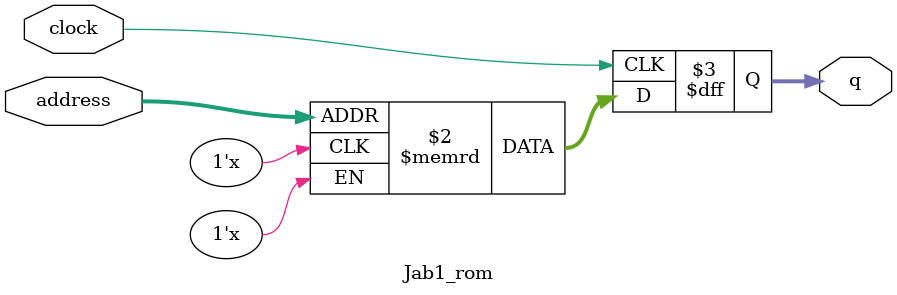
<source format=sv>
module Jab1_rom (
	input logic clock,
	input logic [12:0] address,
	output logic [2:0] q
);

logic [2:0] memory [0:5399] /* synthesis ram_init_file = "./Jab1/Jab1.mif" */;

always_ff @ (posedge clock) begin
	q <= memory[address];
end

endmodule

</source>
